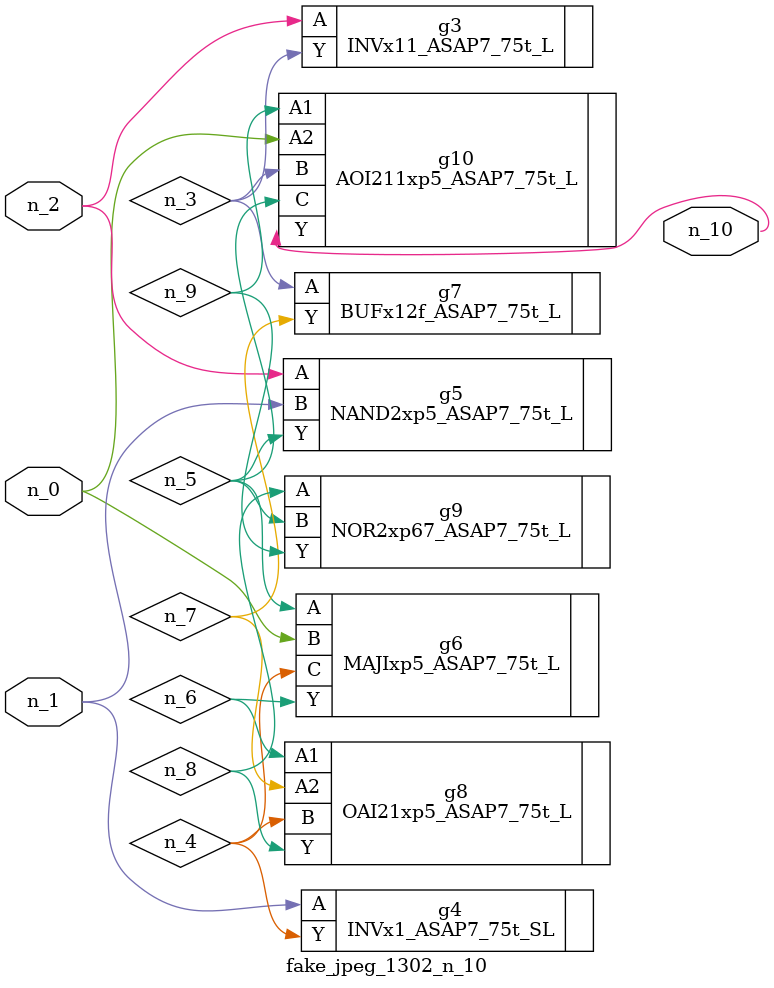
<source format=v>
module fake_jpeg_1302_n_10 (n_0, n_2, n_1, n_10);

input n_0;
input n_2;
input n_1;

output n_10;

wire n_3;
wire n_4;
wire n_8;
wire n_9;
wire n_6;
wire n_5;
wire n_7;

INVx11_ASAP7_75t_L g3 ( 
.A(n_2),
.Y(n_3)
);

INVx1_ASAP7_75t_SL g4 ( 
.A(n_1),
.Y(n_4)
);

NAND2xp5_ASAP7_75t_L g5 ( 
.A(n_2),
.B(n_1),
.Y(n_5)
);

MAJIxp5_ASAP7_75t_L g6 ( 
.A(n_5),
.B(n_0),
.C(n_4),
.Y(n_6)
);

OAI21xp5_ASAP7_75t_L g8 ( 
.A1(n_6),
.A2(n_7),
.B(n_4),
.Y(n_8)
);

BUFx12f_ASAP7_75t_L g7 ( 
.A(n_3),
.Y(n_7)
);

NOR2xp67_ASAP7_75t_L g9 ( 
.A(n_8),
.B(n_5),
.Y(n_9)
);

AOI211xp5_ASAP7_75t_L g10 ( 
.A1(n_9),
.A2(n_0),
.B(n_3),
.C(n_5),
.Y(n_10)
);


endmodule
</source>
